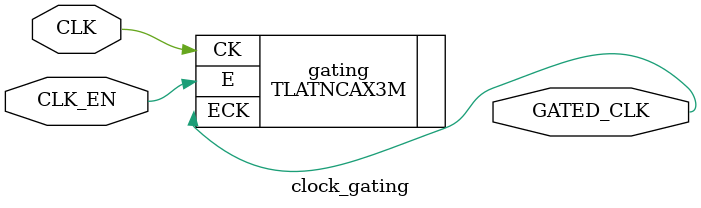
<source format=v>
module clock_gating(CLK_EN,CLK,GATED_CLK);
	
	input CLK_EN;
	input CLK;
	output GATED_CLK;

	/*reg CLK_EN_internal;

	always @(*) begin
		if(~CLK)
		CLK_EN_internal<=CLK_EN;
	end

	assign GATED_CLK=CLK_EN_internal & CLK;*/

	TLATNCAX3M gating (.E(CLK_EN),.CK(CLK),.ECK(GATED_CLK));

endmodule

</source>
